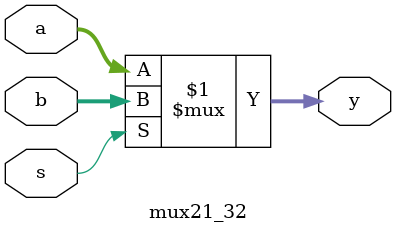
<source format=v>
module mux21_32(a , b, s, y);
    input [31:0]a, b;
    input s;
    output [31:0] y;
    assign y = s ? b : a;
endmodule
</source>
